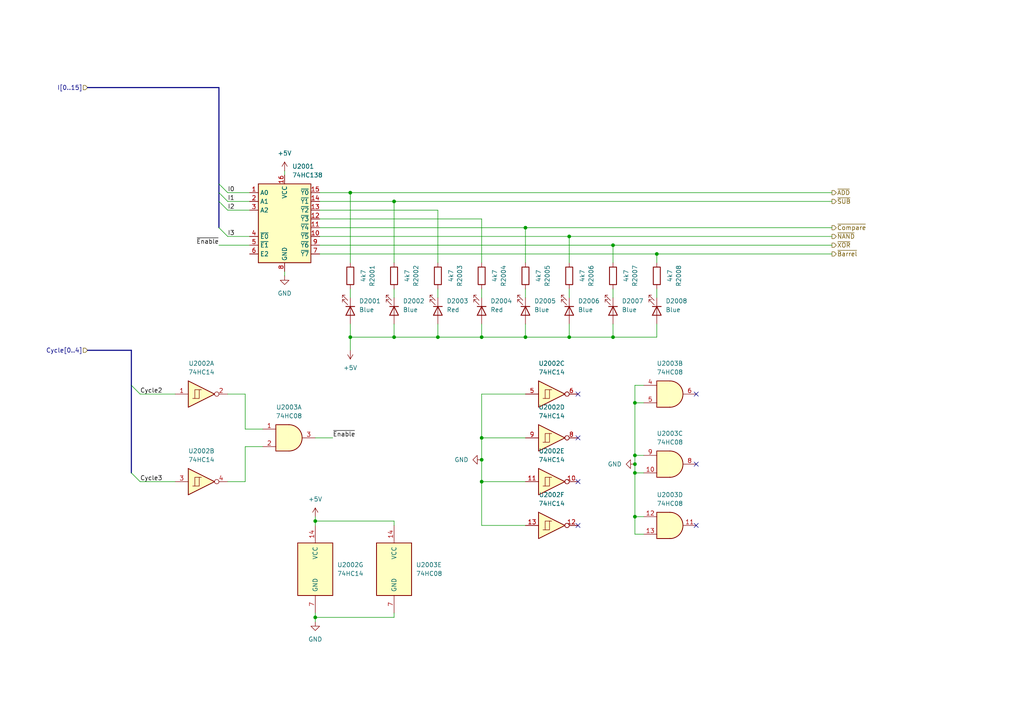
<source format=kicad_sch>
(kicad_sch (version 20231120) (generator "eeschema") (generator_version "8.0")
  (paper "A4")
  (lib_symbols
    (symbol "74xx:74HC138"
      (property "Reference" "U" (at -7.62 13.97 0))
      (property "Value" "74HC138" (at 2.54 -11.43 0))
      (symbol "74HC138_0_1"
        (rectangle (start -7.62 12.7) (end 7.62 -10.16) (stroke (width 0.254)) (fill (type background)))
      )
      (symbol "74HC138_1_1"
        (pin input line (at -10.16 10.16 0) (length 2.54) (name "A0") (number "1"))
        (pin output line (at 10.16 -2.54 180) (length 2.54) (name "~{Y5}") (number "10"))
        (pin output line (at 10.16 0 180) (length 2.54) (name "~{Y4}") (number "11"))
        (pin output line (at 10.16 2.54 180) (length 2.54) (name "~{Y3}") (number "12"))
        (pin output line (at 10.16 5.08 180) (length 2.54) (name "~{Y2}") (number "13"))
        (pin output line (at 10.16 7.62 180) (length 2.54) (name "~{Y1}") (number "14"))
        (pin output line (at 10.16 10.16 180) (length 2.54) (name "~{Y0}") (number "15"))
        (pin power_in line (at 0 15.24 270) (length 2.54) (name "VCC") (number "16"))
        (pin input line (at -10.16 7.62 0) (length 2.54) (name "A1") (number "2"))
        (pin input line (at -10.16 5.08 0) (length 2.54) (name "A2") (number "3"))
        (pin input line (at -10.16 -2.54 0) (length 2.54) (name "~{E0}") (number "4"))
        (pin input line (at -10.16 -5.08 0) (length 2.54) (name "~{E1}") (number "5"))
        (pin input line (at -10.16 -7.62 0) (length 2.54) (name "E2") (number "6"))
        (pin output line (at 10.16 -7.62 180) (length 2.54) (name "~{Y7}") (number "7"))
        (pin power_in line (at 0 -12.7 90) (length 2.54) (name "GND") (number "8"))
        (pin output line (at 10.16 -5.08 180) (length 2.54) (name "~{Y6}") (number "9"))
      )
    )
    (symbol "74xx:74HC14" (pin_names (offset 1.016))
      (property "Reference" "U" (at 0 1.27 0))
      (property "Value" "74HC14" (at 0 -1.27 0))
      (symbol "74HC14_1_0"
        (polyline (pts (xy -3.81 3.81) (xy -3.81 -3.81) (xy 3.81 0) (xy -3.81 3.81)) (stroke (width 0.254)) (fill (type background)))
        (pin input line (at -7.62 0 0) (length 3.81) (name "~") (number "1"))
        (pin output inverted (at 7.62 0 180) (length 3.81) (name "~") (number "2"))
      )
      (symbol "74HC14_1_1"
        (polyline (pts (xy -1.905 -1.27) (xy -1.905 1.27) (xy -0.635 1.27)))
        (polyline (pts (xy -2.54 -1.27) (xy -0.635 -1.27) (xy -0.635 1.27) (xy 0 1.27)))
      )
      (symbol "74HC14_2_0"
        (polyline (pts (xy -3.81 3.81) (xy -3.81 -3.81) (xy 3.81 0) (xy -3.81 3.81)) (stroke (width 0.254)) (fill (type background)))
        (pin input line (at -7.62 0 0) (length 3.81) (name "~") (number "3"))
        (pin output inverted (at 7.62 0 180) (length 3.81) (name "~") (number "4"))
      )
      (symbol "74HC14_2_1"
        (polyline (pts (xy -1.905 -1.27) (xy -1.905 1.27) (xy -0.635 1.27)))
        (polyline (pts (xy -2.54 -1.27) (xy -0.635 -1.27) (xy -0.635 1.27) (xy 0 1.27)))
      )
      (symbol "74HC14_3_0"
        (polyline (pts (xy -3.81 3.81) (xy -3.81 -3.81) (xy 3.81 0) (xy -3.81 3.81)) (stroke (width 0.254)) (fill (type background)))
        (pin input line (at -7.62 0 0) (length 3.81) (name "~") (number "5"))
        (pin output inverted (at 7.62 0 180) (length 3.81) (name "~") (number "6"))
      )
      (symbol "74HC14_3_1"
        (polyline (pts (xy -1.905 -1.27) (xy -1.905 1.27) (xy -0.635 1.27)))
        (polyline (pts (xy -2.54 -1.27) (xy -0.635 -1.27) (xy -0.635 1.27) (xy 0 1.27)))
      )
      (symbol "74HC14_4_0"
        (polyline (pts (xy -3.81 3.81) (xy -3.81 -3.81) (xy 3.81 0) (xy -3.81 3.81)) (stroke (width 0.254)) (fill (type background)))
        (pin output inverted (at 7.62 0 180) (length 3.81) (name "~") (number "8"))
        (pin input line (at -7.62 0 0) (length 3.81) (name "~") (number "9"))
      )
      (symbol "74HC14_4_1"
        (polyline (pts (xy -1.905 -1.27) (xy -1.905 1.27) (xy -0.635 1.27)))
        (polyline (pts (xy -2.54 -1.27) (xy -0.635 -1.27) (xy -0.635 1.27) (xy 0 1.27)))
      )
      (symbol "74HC14_5_0"
        (polyline (pts (xy -3.81 3.81) (xy -3.81 -3.81) (xy 3.81 0) (xy -3.81 3.81)) (stroke (width 0.254)) (fill (type background)))
        (pin output inverted (at 7.62 0 180) (length 3.81) (name "~") (number "10"))
        (pin input line (at -7.62 0 0) (length 3.81) (name "~") (number "11"))
      )
      (symbol "74HC14_5_1"
        (polyline (pts (xy -1.905 -1.27) (xy -1.905 1.27) (xy -0.635 1.27)))
        (polyline (pts (xy -2.54 -1.27) (xy -0.635 -1.27) (xy -0.635 1.27) (xy 0 1.27)))
      )
      (symbol "74HC14_6_0"
        (polyline (pts (xy -3.81 3.81) (xy -3.81 -3.81) (xy 3.81 0) (xy -3.81 3.81)) (stroke (width 0.254)) (fill (type background)))
        (pin output inverted (at 7.62 0 180) (length 3.81) (name "~") (number "12"))
        (pin input line (at -7.62 0 0) (length 3.81) (name "~") (number "13"))
      )
      (symbol "74HC14_6_1"
        (polyline (pts (xy -1.905 -1.27) (xy -1.905 1.27) (xy -0.635 1.27)))
        (polyline (pts (xy -2.54 -1.27) (xy -0.635 -1.27) (xy -0.635 1.27) (xy 0 1.27)))
      )
      (symbol "74HC14_7_0"
        (pin power_in line (at 0 12.7 270) (length 5.08) (name "VCC") (number "14"))
        (pin power_in line (at 0 -12.7 90) (length 5.08) (name "GND") (number "7"))
      )
      (symbol "74HC14_7_1"
        (rectangle (start -5.08 7.62) (end 5.08 -7.62) (stroke (width 0.254)) (fill (type background)))
      )
    )
    (symbol "74xx:74LS08" (pin_names (offset 1.016))
      (property "Reference" "U" (at 0 1.27 0))
      (property "Value" "74LS08" (at 0 -1.27 0))
      (symbol "74LS08_1_1"
        (arc (start 0 -3.81) (mid 3.7934 0) (end 0 3.81) (stroke (width 0.254)) (fill (type background)))
        (polyline (pts (xy 0 3.81) (xy -3.81 3.81) (xy -3.81 -3.81) (xy 0 -3.81)) (stroke (width 0.254)) (fill (type background)))
        (pin input line (at -7.62 2.54 0) (length 3.81) (name "~") (number "1"))
        (pin input line (at -7.62 -2.54 0) (length 3.81) (name "~") (number "2"))
        (pin output line (at 7.62 0 180) (length 3.81) (name "~") (number "3"))
      )
      (symbol "74LS08_1_2"
        (arc (start -3.81 -3.81) (mid -2.589 0) (end -3.81 3.81) (stroke (width 0.254)))
        (arc (start -0.6096 -3.81) (mid 2.1842 -2.5851) (end 3.81 0) (stroke (width 0.254)) (fill (type background)))
        (polyline (pts (xy -3.81 -3.81) (xy -0.635 -3.81)) (stroke (width 0.254)) (fill (type background)))
        (polyline (pts (xy -3.81 3.81) (xy -0.635 3.81)) (stroke (width 0.254)) (fill (type background)))
        (polyline (pts (xy -0.635 3.81) (xy -3.81 3.81) (xy -3.81 3.81) (xy -3.556 3.4036) (xy -3.0226 2.2606) (xy -2.6924 1.0414) (xy -2.6162 -0.254) (xy -2.7686 -1.4986) (xy -3.175 -2.7178) (xy -3.81 -3.81) (xy -3.81 -3.81) (xy -0.635 -3.81)) (stroke (width -25.4)) (fill (type background)))
        (arc (start 3.81 0) (mid 2.1915 2.5936) (end -0.6096 3.81) (stroke (width 0.254)) (fill (type background)))
        (pin input inverted (at -7.62 2.54 0) (length 4.318) (name "~") (number "1"))
        (pin input inverted (at -7.62 -2.54 0) (length 4.318) (name "~") (number "2"))
        (pin output inverted (at 7.62 0 180) (length 3.81) (name "~") (number "3"))
      )
      (symbol "74LS08_2_1"
        (arc (start 0 -3.81) (mid 3.7934 0) (end 0 3.81) (stroke (width 0.254)) (fill (type background)))
        (polyline (pts (xy 0 3.81) (xy -3.81 3.81) (xy -3.81 -3.81) (xy 0 -3.81)) (stroke (width 0.254)) (fill (type background)))
        (pin input line (at -7.62 2.54 0) (length 3.81) (name "~") (number "4"))
        (pin input line (at -7.62 -2.54 0) (length 3.81) (name "~") (number "5"))
        (pin output line (at 7.62 0 180) (length 3.81) (name "~") (number "6"))
      )
      (symbol "74LS08_2_2"
        (arc (start -3.81 -3.81) (mid -2.589 0) (end -3.81 3.81) (stroke (width 0.254)))
        (arc (start -0.6096 -3.81) (mid 2.1842 -2.5851) (end 3.81 0) (stroke (width 0.254)) (fill (type background)))
        (polyline (pts (xy -3.81 -3.81) (xy -0.635 -3.81)) (stroke (width 0.254)) (fill (type background)))
        (polyline (pts (xy -3.81 3.81) (xy -0.635 3.81)) (stroke (width 0.254)) (fill (type background)))
        (polyline (pts (xy -0.635 3.81) (xy -3.81 3.81) (xy -3.81 3.81) (xy -3.556 3.4036) (xy -3.0226 2.2606) (xy -2.6924 1.0414) (xy -2.6162 -0.254) (xy -2.7686 -1.4986) (xy -3.175 -2.7178) (xy -3.81 -3.81) (xy -3.81 -3.81) (xy -0.635 -3.81)) (stroke (width -25.4)) (fill (type background)))
        (arc (start 3.81 0) (mid 2.1915 2.5936) (end -0.6096 3.81) (stroke (width 0.254)) (fill (type background)))
        (pin input inverted (at -7.62 2.54 0) (length 4.318) (name "~") (number "4"))
        (pin input inverted (at -7.62 -2.54 0) (length 4.318) (name "~") (number "5"))
        (pin output inverted (at 7.62 0 180) (length 3.81) (name "~") (number "6"))
      )
      (symbol "74LS08_3_1"
        (arc (start 0 -3.81) (mid 3.7934 0) (end 0 3.81) (stroke (width 0.254)) (fill (type background)))
        (polyline (pts (xy 0 3.81) (xy -3.81 3.81) (xy -3.81 -3.81) (xy 0 -3.81)) (stroke (width 0.254)) (fill (type background)))
        (pin input line (at -7.62 -2.54 0) (length 3.81) (name "~") (number "10"))
        (pin output line (at 7.62 0 180) (length 3.81) (name "~") (number "8"))
        (pin input line (at -7.62 2.54 0) (length 3.81) (name "~") (number "9"))
      )
      (symbol "74LS08_3_2"
        (arc (start -3.81 -3.81) (mid -2.589 0) (end -3.81 3.81) (stroke (width 0.254)))
        (arc (start -0.6096 -3.81) (mid 2.1842 -2.5851) (end 3.81 0) (stroke (width 0.254)) (fill (type background)))
        (polyline (pts (xy -3.81 -3.81) (xy -0.635 -3.81)) (stroke (width 0.254)) (fill (type background)))
        (polyline (pts (xy -3.81 3.81) (xy -0.635 3.81)) (stroke (width 0.254)) (fill (type background)))
        (polyline (pts (xy -0.635 3.81) (xy -3.81 3.81) (xy -3.81 3.81) (xy -3.556 3.4036) (xy -3.0226 2.2606) (xy -2.6924 1.0414) (xy -2.6162 -0.254) (xy -2.7686 -1.4986) (xy -3.175 -2.7178) (xy -3.81 -3.81) (xy -3.81 -3.81) (xy -0.635 -3.81)) (stroke (width -25.4)) (fill (type background)))
        (arc (start 3.81 0) (mid 2.1915 2.5936) (end -0.6096 3.81) (stroke (width 0.254)) (fill (type background)))
        (pin input inverted (at -7.62 -2.54 0) (length 4.318) (name "~") (number "10"))
        (pin output inverted (at 7.62 0 180) (length 3.81) (name "~") (number "8"))
        (pin input inverted (at -7.62 2.54 0) (length 4.318) (name "~") (number "9"))
      )
      (symbol "74LS08_4_1"
        (arc (start 0 -3.81) (mid 3.7934 0) (end 0 3.81) (stroke (width 0.254)) (fill (type background)))
        (polyline (pts (xy 0 3.81) (xy -3.81 3.81) (xy -3.81 -3.81) (xy 0 -3.81)) (stroke (width 0.254)) (fill (type background)))
        (pin output line (at 7.62 0 180) (length 3.81) (name "~") (number "11"))
        (pin input line (at -7.62 2.54 0) (length 3.81) (name "~") (number "12"))
        (pin input line (at -7.62 -2.54 0) (length 3.81) (name "~") (number "13"))
      )
      (symbol "74LS08_4_2"
        (arc (start -3.81 -3.81) (mid -2.589 0) (end -3.81 3.81) (stroke (width 0.254)))
        (arc (start -0.6096 -3.81) (mid 2.1842 -2.5851) (end 3.81 0) (stroke (width 0.254)) (fill (type background)))
        (polyline (pts (xy -3.81 -3.81) (xy -0.635 -3.81)) (stroke (width 0.254)) (fill (type background)))
        (polyline (pts (xy -3.81 3.81) (xy -0.635 3.81)) (stroke (width 0.254)) (fill (type background)))
        (polyline (pts (xy -0.635 3.81) (xy -3.81 3.81) (xy -3.81 3.81) (xy -3.556 3.4036) (xy -3.0226 2.2606) (xy -2.6924 1.0414) (xy -2.6162 -0.254) (xy -2.7686 -1.4986) (xy -3.175 -2.7178) (xy -3.81 -3.81) (xy -3.81 -3.81) (xy -0.635 -3.81)) (stroke (width -25.4)) (fill (type background)))
        (arc (start 3.81 0) (mid 2.1915 2.5936) (end -0.6096 3.81) (stroke (width 0.254)) (fill (type background)))
        (pin output inverted (at 7.62 0 180) (length 3.81) (name "~") (number "11"))
        (pin input inverted (at -7.62 2.54 0) (length 4.318) (name "~") (number "12"))
        (pin input inverted (at -7.62 -2.54 0) (length 4.318) (name "~") (number "13"))
      )
      (symbol "74LS08_5_0"
        (pin power_in line (at 0 12.7 270) (length 5.08) (name "VCC") (number "14"))
        (pin power_in line (at 0 -12.7 90) (length 5.08) (name "GND") (number "7"))
      )
      (symbol "74LS08_5_1"
        (rectangle (start -5.08 7.62) (end 5.08 -7.62) (stroke (width 0.254)) (fill (type background)))
      )
    )
    (symbol "Device:LED" (pin_numbers hide) (pin_names (offset 1.016) hide)
      (property "Reference" "D" (at 0 2.54 0))
      (property "Value" "LED" (at 0 -2.54 0))
      (symbol "LED_0_1"
        (polyline (pts (xy -1.27 -1.27) (xy -1.27 1.27)) (stroke (width 0.254)))
        (polyline (pts (xy -1.27 0) (xy 1.27 0)))
        (polyline (pts (xy 1.27 -1.27) (xy 1.27 1.27) (xy -1.27 0) (xy 1.27 -1.27)) (stroke (width 0.254)))
        (polyline (pts (xy -3.048 -0.762) (xy -4.572 -2.286) (xy -3.81 -2.286) (xy -4.572 -2.286) (xy -4.572 -1.524)))
        (polyline (pts (xy -1.778 -0.762) (xy -3.302 -2.286) (xy -2.54 -2.286) (xy -3.302 -2.286) (xy -3.302 -1.524)))
      )
      (symbol "LED_1_1"
        (pin passive line (at -3.81 0 0) (length 2.54) (name "K") (number "1"))
        (pin passive line (at 3.81 0 180) (length 2.54) (name "A") (number "2"))
      )
    )
    (symbol "Device:R" (pin_numbers hide) (pin_names (offset 0))
      (property "Reference" "R" (at 2.032 0 90))
      (property "Value" "R" (at 0 0 90))
      (symbol "R_0_1"
        (rectangle (start -1.016 -2.54) (end 1.016 2.54) (stroke (width 0.254)))
      )
      (symbol "R_1_1"
        (pin passive line (at 0 3.81 270) (length 1.27) (name "~") (number "1"))
        (pin passive line (at 0 -3.81 90) (length 1.27) (name "~") (number "2"))
      )
    )
    (symbol "power:+5V" (power) (pin_numbers hide) (pin_names (offset 0) hide)
      (property "Value" "+5V" (at 0 3.556 0))
      (symbol "+5V_0_1"
        (polyline (pts (xy -0.762 1.27) (xy 0 2.54)))
        (polyline (pts (xy 0 0) (xy 0 2.54)))
        (polyline (pts (xy 0 2.54) (xy 0.762 1.27)))
      )
      (symbol "+5V_1_1"
        (pin power_in line (at 0 0 90) (length 0) (name "~") (number "1"))
      )
    )
    (symbol "power:GND" (power) (pin_numbers hide) (pin_names (offset 0) hide)
      (property "Value" "GND" (at 0 -3.81 0))
      (symbol "GND_0_1"
        (polyline (pts (xy 0 0) (xy 0 -1.27) (xy 1.27 -1.27) (xy 0 -2.54) (xy -1.27 -1.27) (xy 0 -1.27)))
      )
      (symbol "GND_1_1"
        (pin power_in line (at 0 0 270) (length 0) (name "~") (number "1"))
      )
    )
  )
  (junction (at 91.44 151.13))
  (junction (at 184.15 149.86))
  (junction (at 184.15 134.62))
  (junction (at 152.4 66.04))
  (junction (at 177.8 71.12))
  (junction (at 152.4 97.79))
  (junction (at 190.5 73.66))
  (junction (at 165.1 97.79))
  (junction (at 139.7 97.79))
  (junction (at 184.15 116.84))
  (junction (at 184.15 137.16))
  (junction (at 101.6 97.79))
  (junction (at 101.6 55.88))
  (junction (at 139.7 133.35))
  (junction (at 177.8 97.79))
  (junction (at 114.3 58.42))
  (junction (at 127 97.79))
  (junction (at 139.7 139.7))
  (junction (at 184.15 132.08))
  (junction (at 165.1 68.58))
  (junction (at 139.7 127))
  (junction (at 91.44 179.07))
  (junction (at 114.3 97.79))
  (no_connect (at 167.64 114.3))
  (no_connect (at 167.64 139.7))
  (no_connect (at 167.64 127))
  (no_connect (at 201.93 114.3))
  (no_connect (at 201.93 134.62))
  (no_connect (at 201.93 152.4))
  (no_connect (at 167.64 152.4))
  (bus_entry (at 38.1 111.76) (size 2.54 2.54))
  (bus_entry (at 63.5 53.34) (size 2.54 2.54))
  (bus_entry (at 63.5 66.04) (size 2.54 2.54))
  (bus_entry (at 38.1 137.16) (size 2.54 2.54))
  (bus_entry (at 63.5 55.88) (size 2.54 2.54))
  (bus_entry (at 63.5 58.42) (size 2.54 2.54))
  (wire (pts (xy 184.15 132.08) (xy 186.69 132.08)))
  (wire (pts (xy 92.71 60.96) (xy 127 60.96)))
  (wire (pts (xy 139.7 127) (xy 139.7 133.35)))
  (wire (pts (xy 139.7 83.82) (xy 139.7 86.36)))
  (wire (pts (xy 92.71 66.04) (xy 152.4 66.04)))
  (wire (pts (xy 152.4 97.79) (xy 165.1 97.79)))
  (wire (pts (xy 114.3 151.13) (xy 114.3 152.4)))
  (wire (pts (xy 66.04 58.42) (xy 72.39 58.42)))
  (wire (pts (xy 139.7 97.79) (xy 152.4 97.79)))
  (wire (pts (xy 92.71 63.5) (xy 139.7 63.5)))
  (wire (pts (xy 152.4 66.04) (xy 152.4 76.2)))
  (bus (pts (xy 63.5 25.4) (xy 63.5 53.34)))
  (wire (pts (xy 127 97.79) (xy 139.7 97.79)))
  (wire (pts (xy 177.8 71.12) (xy 177.8 76.2)))
  (wire (pts (xy 165.1 68.58) (xy 165.1 76.2)))
  (wire (pts (xy 165.1 83.82) (xy 165.1 86.36)))
  (wire (pts (xy 184.15 149.86) (xy 184.15 137.16)))
  (wire (pts (xy 71.12 114.3) (xy 71.12 124.46)))
  (wire (pts (xy 114.3 58.42) (xy 241.3 58.42)))
  (wire (pts (xy 101.6 97.79) (xy 101.6 101.6)))
  (wire (pts (xy 184.15 154.94) (xy 184.15 149.86)))
  (wire (pts (xy 101.6 83.82) (xy 101.6 86.36)))
  (wire (pts (xy 91.44 151.13) (xy 91.44 152.4)))
  (wire (pts (xy 92.71 58.42) (xy 114.3 58.42)))
  (bus (pts (xy 63.5 58.42) (xy 63.5 66.04)))
  (wire (pts (xy 91.44 149.86) (xy 91.44 151.13)))
  (bus (pts (xy 25.4 25.4) (xy 63.5 25.4)))
  (wire (pts (xy 71.12 124.46) (xy 76.2 124.46)))
  (wire (pts (xy 66.04 139.7) (xy 71.12 139.7)))
  (wire (pts (xy 184.15 149.86) (xy 186.69 149.86)))
  (wire (pts (xy 139.7 152.4) (xy 152.4 152.4)))
  (wire (pts (xy 101.6 97.79) (xy 114.3 97.79)))
  (wire (pts (xy 165.1 68.58) (xy 241.3 68.58)))
  (wire (pts (xy 127 83.82) (xy 127 86.36)))
  (wire (pts (xy 66.04 60.96) (xy 72.39 60.96)))
  (wire (pts (xy 184.15 137.16) (xy 186.69 137.16)))
  (wire (pts (xy 91.44 177.8) (xy 91.44 179.07)))
  (wire (pts (xy 152.4 83.82) (xy 152.4 86.36)))
  (wire (pts (xy 40.64 114.3) (xy 50.8 114.3)))
  (wire (pts (xy 184.15 111.76) (xy 186.69 111.76)))
  (bus (pts (xy 38.1 101.6) (xy 38.1 111.76)))
  (wire (pts (xy 82.55 49.53) (xy 82.55 50.8)))
  (wire (pts (xy 92.71 55.88) (xy 101.6 55.88)))
  (wire (pts (xy 139.7 114.3) (xy 139.7 127)))
  (wire (pts (xy 152.4 114.3) (xy 139.7 114.3)))
  (wire (pts (xy 92.71 68.58) (xy 165.1 68.58)))
  (wire (pts (xy 91.44 179.07) (xy 114.3 179.07)))
  (wire (pts (xy 114.3 97.79) (xy 127 97.79)))
  (wire (pts (xy 92.71 73.66) (xy 190.5 73.66)))
  (bus (pts (xy 63.5 53.34) (xy 63.5 55.88)))
  (wire (pts (xy 184.15 134.62) (xy 184.15 132.08)))
  (wire (pts (xy 177.8 71.12) (xy 241.3 71.12)))
  (wire (pts (xy 184.15 137.16) (xy 184.15 134.62)))
  (bus (pts (xy 25.4 101.6) (xy 38.1 101.6)))
  (wire (pts (xy 139.7 139.7) (xy 139.7 152.4)))
  (wire (pts (xy 184.15 116.84) (xy 184.15 111.76)))
  (wire (pts (xy 139.7 63.5) (xy 139.7 76.2)))
  (wire (pts (xy 190.5 73.66) (xy 190.5 76.2)))
  (wire (pts (xy 101.6 93.98) (xy 101.6 97.79)))
  (wire (pts (xy 139.7 93.98) (xy 139.7 97.79)))
  (bus (pts (xy 63.5 55.88) (xy 63.5 58.42)))
  (wire (pts (xy 101.6 55.88) (xy 101.6 76.2)))
  (wire (pts (xy 91.44 179.07) (xy 91.44 180.34)))
  (wire (pts (xy 63.5 71.12) (xy 72.39 71.12)))
  (wire (pts (xy 114.3 93.98) (xy 114.3 97.79)))
  (wire (pts (xy 177.8 93.98) (xy 177.8 97.79)))
  (wire (pts (xy 190.5 97.79) (xy 190.5 93.98)))
  (wire (pts (xy 66.04 114.3) (xy 71.12 114.3)))
  (wire (pts (xy 184.15 132.08) (xy 184.15 116.84)))
  (wire (pts (xy 91.44 151.13) (xy 114.3 151.13)))
  (wire (pts (xy 165.1 97.79) (xy 177.8 97.79)))
  (wire (pts (xy 66.04 68.58) (xy 72.39 68.58)))
  (wire (pts (xy 91.44 127) (xy 96.52 127)))
  (wire (pts (xy 92.71 71.12) (xy 177.8 71.12)))
  (wire (pts (xy 114.3 179.07) (xy 114.3 177.8)))
  (wire (pts (xy 186.69 154.94) (xy 184.15 154.94)))
  (wire (pts (xy 177.8 97.79) (xy 190.5 97.79)))
  (wire (pts (xy 71.12 139.7) (xy 71.12 129.54)))
  (wire (pts (xy 190.5 83.82) (xy 190.5 86.36)))
  (wire (pts (xy 71.12 129.54) (xy 76.2 129.54)))
  (wire (pts (xy 190.5 73.66) (xy 241.3 73.66)))
  (wire (pts (xy 139.7 139.7) (xy 152.4 139.7)))
  (bus (pts (xy 38.1 111.76) (xy 38.1 137.16)))
  (wire (pts (xy 139.7 127) (xy 152.4 127)))
  (wire (pts (xy 152.4 66.04) (xy 241.3 66.04)))
  (wire (pts (xy 82.55 78.74) (xy 82.55 80.01)))
  (wire (pts (xy 127 60.96) (xy 127 76.2)))
  (wire (pts (xy 139.7 133.35) (xy 139.7 139.7)))
  (wire (pts (xy 40.64 139.7) (xy 50.8 139.7)))
  (wire (pts (xy 114.3 83.82) (xy 114.3 86.36)))
  (wire (pts (xy 101.6 55.88) (xy 241.3 55.88)))
  (wire (pts (xy 127 93.98) (xy 127 97.79)))
  (wire (pts (xy 152.4 93.98) (xy 152.4 97.79)))
  (wire (pts (xy 184.15 116.84) (xy 186.69 116.84)))
  (wire (pts (xy 165.1 93.98) (xy 165.1 97.79)))
  (wire (pts (xy 114.3 58.42) (xy 114.3 76.2)))
  (wire (pts (xy 66.04 55.88) (xy 72.39 55.88)))
  (wire (pts (xy 177.8 83.82) (xy 177.8 86.36)))
  (label "Cycle2" (at 40.64 114.3 0))
  (label "I2" (at 66.04 60.96 0))
  (label "Cycle3" (at 40.64 139.7 0))
  (label "I3" (at 66.04 68.58 0))
  (label "I0" (at 66.04 55.88 0))
  (label "I1" (at 66.04 58.42 0))
  (label "~{Enable}" (at 96.52 127 0))
  (label "~{Enable}" (at 63.5 71.12 180))
  (hierarchical_label "~{XOR}" (shape output) (at 241.3 71.12 0))
  (hierarchical_label "~{Compare}" (shape output) (at 241.3 66.04 0))
  (hierarchical_label "~{NAND}" (shape output) (at 241.3 68.58 0))
  (hierarchical_label "Cycle[0..4]" (shape input) (at 25.4 101.6 180))
  (hierarchical_label "~{SUB}" (shape output) (at 241.3 58.42 0))
  (hierarchical_label "I[0..15]" (shape input) (at 25.4 25.4 180))
  (hierarchical_label "~{Barrel}" (shape output) (at 241.3 73.66 0))
  (hierarchical_label "~{ADD}" (shape output) (at 241.3 55.88 0))
  (symbol (lib_id "Device:LED") (at 152.4 90.17 270) (unit 1)
    (property "Reference" "D2005" (at 154.94 87.3124 90) (effects (justify left)))
    (property "Value" "Blue" (at 154.94 89.8524 90) (effects (justify left)))
    (property "Footprint" "LED_SMD:LED_0603_1608Metric" (effects (hide yes)))
    (property "LCSC" "C72041" (effects (hide yes)))
  )
  (symbol (lib_id "74xx:74HC14") (at 160.02 127 0) (unit 4)
    (property "Reference" "U2002" (at 160.02 118.11 0))
    (property "Value" "74HC14" (at 160.02 120.65 0))
    (property "Footprint" "Package_SO:SOIC-14_3.9x8.7mm_P1.27mm" (effects (hide yes)))
    (property "Datasheet" "https://www.lcsc.com/datasheet/lcsc_datasheet_2407241044_Nexperia-74HC14D-653_C5605.pdf" (effects (hide yes)))
    (property "Description" "Hex inverter schmitt trigger" (effects (hide yes)))
    (property "LCSC" "C5605" (effects (hide yes)))
  )
  (symbol (lib_id "74xx:74HC14") (at 58.42 139.7 0) (unit 2)
    (property "Reference" "U2002" (at 58.42 130.81 0))
    (property "Value" "74HC14" (at 58.42 133.35 0))
    (property "Footprint" "Package_SO:SOIC-14_3.9x8.7mm_P1.27mm" (effects (hide yes)))
    (property "Datasheet" "https://www.lcsc.com/datasheet/lcsc_datasheet_2407241044_Nexperia-74HC14D-653_C5605.pdf" (effects (hide yes)))
    (property "Description" "Hex inverter schmitt trigger" (effects (hide yes)))
    (property "LCSC" "C5605" (effects (hide yes)))
  )
  (symbol (lib_id "74xx:74HC14") (at 160.02 139.7 0) (unit 5)
    (property "Reference" "U2002" (at 160.02 130.81 0))
    (property "Value" "74HC14" (at 160.02 133.35 0))
    (property "Footprint" "Package_SO:SOIC-14_3.9x8.7mm_P1.27mm" (effects (hide yes)))
    (property "Datasheet" "https://www.lcsc.com/datasheet/lcsc_datasheet_2407241044_Nexperia-74HC14D-653_C5605.pdf" (effects (hide yes)))
    (property "Description" "Hex inverter schmitt trigger" (effects (hide yes)))
    (property "LCSC" "C5605" (effects (hide yes)))
  )
  (symbol (lib_id "74xx:74HC14") (at 91.44 165.1 0) (unit 7)
    (property "Reference" "U2002" (at 97.79 163.8299 0) (effects (justify left)))
    (property "Value" "74HC14" (at 97.79 166.3699 0) (effects (justify left)))
    (property "Footprint" "Package_SO:SOIC-14_3.9x8.7mm_P1.27mm" (effects (hide yes)))
    (property "Datasheet" "https://www.lcsc.com/datasheet/lcsc_datasheet_2407241044_Nexperia-74HC14D-653_C5605.pdf" (effects (hide yes)))
    (property "Description" "Hex inverter schmitt trigger" (effects (hide yes)))
    (property "LCSC" "C5605" (effects (hide yes)))
  )
  (symbol (lib_id "power:GND") (at 139.7 133.35 270) (unit 1)
    (property "Reference" "#PWR02006" (effects (hide yes)))
    (property "Value" "GND" (at 135.89 133.3499 90) (effects (justify right)))
    (property "Description" "Power symbol creates a global label with name \"GND\" , ground" (effects (hide yes)))
  )
  (symbol (lib_id "power:GND") (at 184.15 134.62 270) (unit 1)
    (property "Reference" "#PWR02007" (effects (hide yes)))
    (property "Value" "GND" (at 180.34 134.6199 90) (effects (justify right)))
    (property "Description" "Power symbol creates a global label with name \"GND\" , ground" (effects (hide yes)))
  )
  (symbol (lib_id "Device:LED") (at 165.1 90.17 270) (unit 1)
    (property "Reference" "D2006" (at 167.64 87.3124 90) (effects (justify left)))
    (property "Value" "Blue" (at 167.64 89.8524 90) (effects (justify left)))
    (property "Footprint" "LED_SMD:LED_0603_1608Metric" (effects (hide yes)))
    (property "LCSC" "C72041" (effects (hide yes)))
  )
  (symbol (lib_id "Device:R") (at 139.7 80.01 180) (unit 1)
    (property "Reference" "R2004" (at 146.05 80.01 90))
    (property "Value" "4k7" (at 143.51 80.01 90))
    (property "Footprint" "Resistor_SMD:R_0603_1608Metric" (effects (hide yes)))
    (property "Datasheet" "https://datasheet.lcsc.com/lcsc/2206010116_UNI-ROYAL-Uniroyal-Elec-0603WAF4701T5E_C23162.pdf" (effects (hide yes)))
    (property "LCSC" "C23162" (effects (hide yes)))
  )
  (symbol (lib_id "74xx:74HC14") (at 160.02 152.4 0) (unit 6)
    (property "Reference" "U2002" (at 160.02 143.51 0))
    (property "Value" "74HC14" (at 160.02 146.05 0))
    (property "Footprint" "Package_SO:SOIC-14_3.9x8.7mm_P1.27mm" (effects (hide yes)))
    (property "Datasheet" "https://www.lcsc.com/datasheet/lcsc_datasheet_2407241044_Nexperia-74HC14D-653_C5605.pdf" (effects (hide yes)))
    (property "Description" "Hex inverter schmitt trigger" (effects (hide yes)))
    (property "LCSC" "C5605" (effects (hide yes)))
  )
  (symbol (lib_id "power:GND") (at 82.55 80.01 0) (unit 1)
    (property "Reference" "#PWR02002" (effects (hide yes)))
    (property "Value" "GND" (at 82.55 85.09 0))
    (property "Description" "Power symbol creates a global label with name \"GND\" , ground" (effects (hide yes)))
  )
  (symbol (lib_id "power:+5V") (at 91.44 149.86 0) (unit 1)
    (property "Reference" "#PWR02005" (effects (hide yes)))
    (property "Value" "+5V" (at 91.44 144.78 0))
    (property "Description" "Power symbol creates a global label with name \"+5V\"" (effects (hide yes)))
  )
  (symbol (lib_id "74xx:74HC14") (at 58.42 114.3 0) (unit 1)
    (property "Reference" "U2002" (at 58.42 105.41 0))
    (property "Value" "74HC14" (at 58.42 107.95 0))
    (property "Footprint" "Package_SO:SOIC-14_3.9x8.7mm_P1.27mm" (effects (hide yes)))
    (property "Datasheet" "https://www.lcsc.com/datasheet/lcsc_datasheet_2407241044_Nexperia-74HC14D-653_C5605.pdf" (effects (hide yes)))
    (property "Description" "Hex inverter schmitt trigger" (effects (hide yes)))
    (property "LCSC" "C5605" (effects (hide yes)))
  )
  (symbol (lib_id "Device:R") (at 177.8 80.01 180) (unit 1)
    (property "Reference" "R2007" (at 184.15 80.01 90))
    (property "Value" "4k7" (at 181.61 80.01 90))
    (property "Footprint" "Resistor_SMD:R_0603_1608Metric" (effects (hide yes)))
    (property "Datasheet" "https://datasheet.lcsc.com/lcsc/2206010116_UNI-ROYAL-Uniroyal-Elec-0603WAF4701T5E_C23162.pdf" (effects (hide yes)))
    (property "LCSC" "C23162" (effects (hide yes)))
  )
  (symbol (lib_id "74xx:74HC138") (at 82.55 66.04 0) (unit 1) (in_bom no)
    (property "Reference" "U2001" (at 84.7441 48.26 0) (effects (justify left)))
    (property "Value" "74HC138" (at 84.7441 50.8 0) (effects (justify left)))
    (property "Footprint" "Package_DIP:DIP-16_W7.62mm_Socket" (effects (hide yes)))
    (property "Datasheet" "http://www.ti.com/lit/ds/symlink/cd74hc238.pdf" (effects (hide yes)))
  )
  (symbol (lib_id "Device:LED") (at 190.5 90.17 270) (unit 1)
    (property "Reference" "D2008" (at 193.04 87.3124 90) (effects (justify left)))
    (property "Value" "Blue" (at 193.04 89.8524 90) (effects (justify left)))
    (property "Footprint" "LED_SMD:LED_0603_1608Metric" (effects (hide yes)))
    (property "LCSC" "C72041" (effects (hide yes)))
  )
  (symbol (lib_id "Device:R") (at 165.1 80.01 180) (unit 1)
    (property "Reference" "R2006" (at 171.45 80.01 90))
    (property "Value" "4k7" (at 168.91 80.01 90))
    (property "Footprint" "Resistor_SMD:R_0603_1608Metric" (effects (hide yes)))
    (property "Datasheet" "https://datasheet.lcsc.com/lcsc/2206010116_UNI-ROYAL-Uniroyal-Elec-0603WAF4701T5E_C23162.pdf" (effects (hide yes)))
    (property "LCSC" "C23162" (effects (hide yes)))
  )
  (symbol (lib_id "power:+5V") (at 82.55 49.53 0) (unit 1)
    (property "Reference" "#PWR02001" (effects (hide yes)))
    (property "Value" "+5V" (at 82.55 44.45 0))
    (property "Description" "Power symbol creates a global label with name \"+5V\"" (effects (hide yes)))
  )
  (symbol (lib_id "Device:LED") (at 101.6 90.17 270) (unit 1)
    (property "Reference" "D2001" (at 104.14 87.3124 90) (effects (justify left)))
    (property "Value" "Blue" (at 104.14 89.8524 90) (effects (justify left)))
    (property "Footprint" "LED_SMD:LED_0603_1608Metric" (effects (hide yes)))
    (property "LCSC" "C72041" (effects (hide yes)))
  )
  (symbol (lib_id "74xx:74LS08") (at 194.31 114.3 0) (unit 2)
    (property "Reference" "U2003" (at 194.3017 105.41 0))
    (property "Value" "74HC08" (at 194.3017 107.95 0))
    (property "Footprint" "Package_SO:SOIC-14_3.9x8.7mm_P1.27mm" (effects (hide yes)))
    (property "Datasheet" "https://www.lcsc.com/datasheet/lcsc_datasheet_2407241044_Nexperia-74HC08D-653_C5593.pdf" (effects (hide yes)))
    (property "Description" "Quad And2" (effects (hide yes)))
    (property "LCSC" "C5593" (effects (hide yes)))
  )
  (symbol (lib_id "power:+5V") (at 101.6 101.6 180) (unit 1)
    (property "Reference" "#PWR02003" (effects (hide yes)))
    (property "Value" "+5V" (at 101.6 106.68 0))
    (property "Description" "Power symbol creates a global label with name \"+5V\"" (effects (hide yes)))
  )
  (symbol (lib_id "Device:LED") (at 139.7 90.17 270) (unit 1)
    (property "Reference" "D2004" (at 142.24 87.3124 90) (effects (justify left)))
    (property "Value" "Red" (at 142.24 89.8524 90) (effects (justify left)))
    (property "Footprint" "LED_SMD:LED_0603_1608Metric" (effects (hide yes)))
    (property "LCSC" "C2286" (effects (hide yes)))
  )
  (symbol (lib_id "74xx:74HC14") (at 160.02 114.3 0) (unit 3)
    (property "Reference" "U2002" (at 160.02 105.41 0))
    (property "Value" "74HC14" (at 160.02 107.95 0))
    (property "Footprint" "Package_SO:SOIC-14_3.9x8.7mm_P1.27mm" (effects (hide yes)))
    (property "Datasheet" "https://www.lcsc.com/datasheet/lcsc_datasheet_2407241044_Nexperia-74HC14D-653_C5605.pdf" (effects (hide yes)))
    (property "Description" "Hex inverter schmitt trigger" (effects (hide yes)))
    (property "LCSC" "C5605" (effects (hide yes)))
  )
  (symbol (lib_id "Device:LED") (at 114.3 90.17 270) (unit 1)
    (property "Reference" "D2002" (at 116.84 87.3124 90) (effects (justify left)))
    (property "Value" "Blue" (at 116.84 89.8524 90) (effects (justify left)))
    (property "Footprint" "LED_SMD:LED_0603_1608Metric" (effects (hide yes)))
    (property "LCSC" "C72041" (effects (hide yes)))
  )
  (symbol (lib_id "Device:R") (at 101.6 80.01 180) (unit 1)
    (property "Reference" "R2001" (at 107.95 80.01 90))
    (property "Value" "4k7" (at 105.41 80.01 90))
    (property "Footprint" "Resistor_SMD:R_0603_1608Metric" (effects (hide yes)))
    (property "Datasheet" "https://datasheet.lcsc.com/lcsc/2206010116_UNI-ROYAL-Uniroyal-Elec-0603WAF4701T5E_C23162.pdf" (effects (hide yes)))
    (property "LCSC" "C23162" (effects (hide yes)))
  )
  (symbol (lib_id "Device:R") (at 114.3 80.01 180) (unit 1)
    (property "Reference" "R2002" (at 120.65 80.01 90))
    (property "Value" "4k7" (at 118.11 80.01 90))
    (property "Footprint" "Resistor_SMD:R_0603_1608Metric" (effects (hide yes)))
    (property "Datasheet" "https://datasheet.lcsc.com/lcsc/2206010116_UNI-ROYAL-Uniroyal-Elec-0603WAF4701T5E_C23162.pdf" (effects (hide yes)))
    (property "LCSC" "C23162" (effects (hide yes)))
  )
  (symbol (lib_id "Device:R") (at 127 80.01 180) (unit 1)
    (property "Reference" "R2003" (at 133.35 80.01 90))
    (property "Value" "4k7" (at 130.81 80.01 90))
    (property "Footprint" "Resistor_SMD:R_0603_1608Metric" (effects (hide yes)))
    (property "Datasheet" "https://datasheet.lcsc.com/lcsc/2206010116_UNI-ROYAL-Uniroyal-Elec-0603WAF4701T5E_C23162.pdf" (effects (hide yes)))
    (property "LCSC" "C23162" (effects (hide yes)))
  )
  (symbol (lib_id "power:GND") (at 91.44 180.34 0) (unit 1)
    (property "Reference" "#PWR02004" (effects (hide yes)))
    (property "Value" "GND" (at 91.44 185.42 0))
    (property "Description" "Power symbol creates a global label with name \"GND\" , ground" (effects (hide yes)))
  )
  (symbol (lib_id "Device:LED") (at 127 90.17 270) (unit 1)
    (property "Reference" "D2003" (at 129.54 87.3124 90) (effects (justify left)))
    (property "Value" "Red" (at 129.54 89.8524 90) (effects (justify left)))
    (property "Footprint" "LED_SMD:LED_0603_1608Metric" (effects (hide yes)))
    (property "LCSC" "C2286" (effects (hide yes)))
  )
  (symbol (lib_id "Device:R") (at 152.4 80.01 180) (unit 1)
    (property "Reference" "R2005" (at 158.75 80.01 90))
    (property "Value" "4k7" (at 156.21 80.01 90))
    (property "Footprint" "Resistor_SMD:R_0603_1608Metric" (effects (hide yes)))
    (property "Datasheet" "https://datasheet.lcsc.com/lcsc/2206010116_UNI-ROYAL-Uniroyal-Elec-0603WAF4701T5E_C23162.pdf" (effects (hide yes)))
    (property "LCSC" "C23162" (effects (hide yes)))
  )
  (symbol (lib_id "Device:R") (at 190.5 80.01 180) (unit 1)
    (property "Reference" "R2008" (at 196.85 80.01 90))
    (property "Value" "4k7" (at 194.31 80.01 90))
    (property "Footprint" "Resistor_SMD:R_0603_1608Metric" (effects (hide yes)))
    (property "Datasheet" "https://datasheet.lcsc.com/lcsc/2206010116_UNI-ROYAL-Uniroyal-Elec-0603WAF4701T5E_C23162.pdf" (effects (hide yes)))
    (property "LCSC" "C23162" (effects (hide yes)))
  )
  (symbol (lib_id "Device:LED") (at 177.8 90.17 270) (unit 1)
    (property "Reference" "D2007" (at 180.34 87.3124 90) (effects (justify left)))
    (property "Value" "Blue" (at 180.34 89.8524 90) (effects (justify left)))
    (property "Footprint" "LED_SMD:LED_0603_1608Metric" (effects (hide yes)))
    (property "LCSC" "C72041" (effects (hide yes)))
  )
  (symbol (lib_id "74xx:74LS08") (at 114.3 165.1 0) (unit 5)
    (property "Reference" "U2003" (at 120.65 163.8299 0) (effects (justify left)))
    (property "Value" "74HC08" (at 120.65 166.3699 0) (effects (justify left)))
    (property "Footprint" "Package_SO:SOIC-14_3.9x8.7mm_P1.27mm" (effects (hide yes)))
    (property "Datasheet" "https://www.lcsc.com/datasheet/lcsc_datasheet_2407241044_Nexperia-74HC08D-653_C5593.pdf" (effects (hide yes)))
    (property "Description" "Quad And2" (effects (hide yes)))
    (property "LCSC" "C5593" (effects (hide yes)))
  )
  (symbol (lib_id "74xx:74LS08") (at 194.31 152.4 0) (unit 4)
    (property "Reference" "U2003" (at 194.3017 143.51 0))
    (property "Value" "74HC08" (at 194.3017 146.05 0))
    (property "Footprint" "Package_SO:SOIC-14_3.9x8.7mm_P1.27mm" (effects (hide yes)))
    (property "Datasheet" "https://www.lcsc.com/datasheet/lcsc_datasheet_2407241044_Nexperia-74HC08D-653_C5593.pdf" (effects (hide yes)))
    (property "Description" "Quad And2" (effects (hide yes)))
    (property "LCSC" "C5593" (effects (hide yes)))
  )
  (symbol (lib_id "74xx:74LS08") (at 83.82 127 0) (unit 1)
    (property "Reference" "U2003" (at 83.8117 118.11 0))
    (property "Value" "74HC08" (at 83.8117 120.65 0))
    (property "Footprint" "Package_SO:SOIC-14_3.9x8.7mm_P1.27mm" (effects (hide yes)))
    (property "Datasheet" "https://www.lcsc.com/datasheet/lcsc_datasheet_2407241044_Nexperia-74HC08D-653_C5593.pdf" (effects (hide yes)))
    (property "Description" "Quad And2" (effects (hide yes)))
    (property "LCSC" "C5593" (effects (hide yes)))
  )
  (symbol (lib_id "74xx:74LS08") (at 194.31 134.62 0) (unit 3)
    (property "Reference" "U2003" (at 194.3017 125.73 0))
    (property "Value" "74HC08" (at 194.3017 128.27 0))
    (property "Footprint" "Package_SO:SOIC-14_3.9x8.7mm_P1.27mm" (effects (hide yes)))
    (property "Datasheet" "https://www.lcsc.com/datasheet/lcsc_datasheet_2407241044_Nexperia-74HC08D-653_C5593.pdf" (effects (hide yes)))
    (property "Description" "Quad And2" (effects (hide yes)))
    (property "LCSC" "C5593" (effects (hide yes)))
  )
)
</source>
